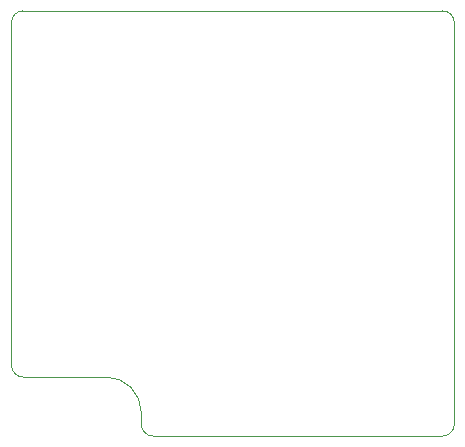
<source format=gbr>
G04 #@! TF.GenerationSoftware,KiCad,Pcbnew,9.0.2*
G04 #@! TF.CreationDate,2025-09-03T18:50:00+02:00*
G04 #@! TF.ProjectId,Afterburner_Nano,41667465-7262-4757-926e-65725f4e616e,rev?*
G04 #@! TF.SameCoordinates,Original*
G04 #@! TF.FileFunction,Profile,NP*
%FSLAX46Y46*%
G04 Gerber Fmt 4.6, Leading zero omitted, Abs format (unit mm)*
G04 Created by KiCad (PCBNEW 9.0.2) date 2025-09-03 18:50:00*
%MOMM*%
%LPD*%
G01*
G04 APERTURE LIST*
G04 #@! TA.AperFunction,Profile*
%ADD10C,0.050000*%
G04 #@! TD*
G04 APERTURE END LIST*
D10*
X182750000Y-49000000D02*
X175750000Y-49000000D01*
X174750000Y-48000000D02*
X174750000Y-19000000D01*
X211250000Y-18000000D02*
X175750000Y-18000000D01*
X211250000Y-18000000D02*
G75*
G02*
X212250000Y-19000000I0J-1000000D01*
G01*
X185750000Y-53000000D02*
X185750000Y-52000000D01*
X175750000Y-49000000D02*
G75*
G02*
X174750000Y-48000000I0J1000000D01*
G01*
X186750000Y-54000000D02*
G75*
G02*
X185750000Y-53000000I0J1000000D01*
G01*
X182750000Y-49000000D02*
G75*
G02*
X185750000Y-52000000I0J-3000000D01*
G01*
X212250000Y-53000000D02*
X212250000Y-19000000D01*
X174750000Y-19000000D02*
G75*
G02*
X175750000Y-18000000I1000000J0D01*
G01*
X211250000Y-54000000D02*
X186750000Y-54000000D01*
X212250000Y-53000000D02*
G75*
G02*
X211250000Y-54000000I-1000000J0D01*
G01*
M02*

</source>
